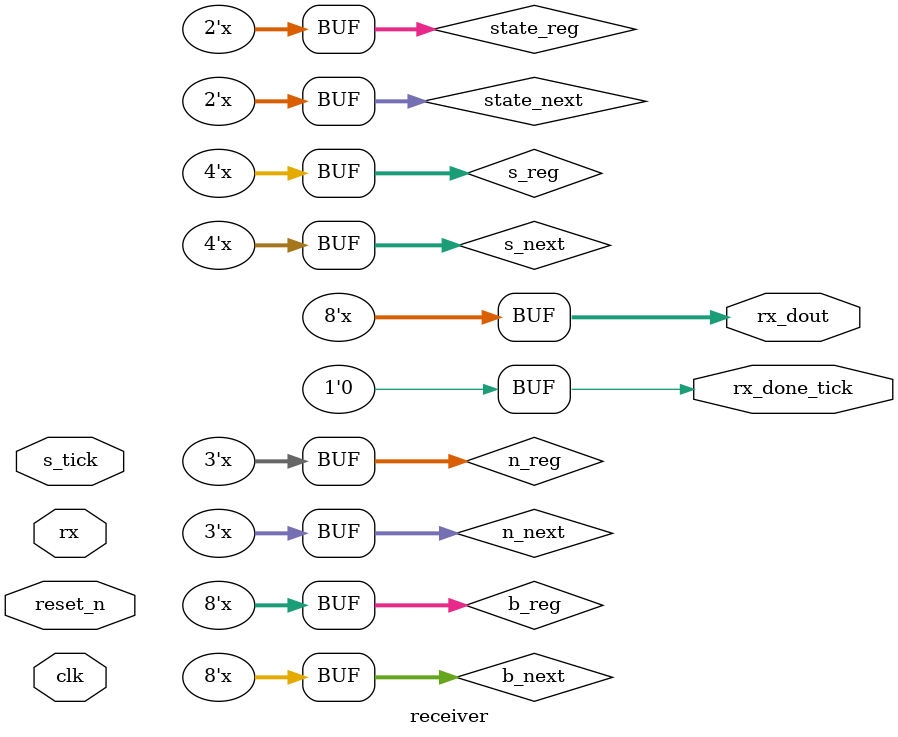
<source format=v>
`timescale 1ns / 1ps


module receiver
    #(parameter d_bits = 8, //data bits
                sb_tick = 16 // stop bit ticks
     )
     (
        input clk,reset_n,rx,s_tick,
        output reg rx_done_tick,
        output [d_bits - 1:0] rx_dout   
    );
    localparam idle = 0;
    localparam start = 1;
    localparam data = 2;
    localparam stop = 3;
    
    reg[1:0]state_reg,state_next;
    reg[3:0]s_reg,s_next; //keep track of baud rate ticks
    reg[$clog2(d_bits)-1:0]n_reg,n_next; //keep track of number of bits received
    reg[d_bits-1:0]b_reg,b_next; //store bits received
    always@(posedge clk, negedge reset_n)
    begin
        if(~reset_n)
        begin
        state_reg <= idle;
        s_reg <= 0;
        n_reg <= 0;
        b_reg <= 0;
        end
        else
        begin
            state_reg <= state_next;
            s_reg <= s_next;
            n_reg <= n_next;
            b_reg <= b_next;
        end 
    end
    //next state logic
    always @(*)
    begin
         state_reg <= state_reg;
         s_reg <= s_reg;
         n_reg <= n_reg;
         b_reg <= b_reg;
         rx_done_tick = 1'b0;
         case(state_reg)
            idle:
                if(~rx)
                begin
                    s_next = 0;
                    state_next = start;
                end
            start:
                if(s_tick)
                    if(s_reg == 7)
                    begin
                        s_next = 0;
                        n_next = 0;
                        state_next = data;
                    end
                    else
                        s_next = s_reg+1;
             data:
                 if(s_tick)
                    if(s_reg == 15)
                    begin
                        s_next = 0;
                        b_next = {rx,b_reg[d_bits-1:1]};
                        if(n_reg == d_bits-1)
                            state_next = stop;
                        else
                            n_next = n_reg + 1;
                    end
                    else
                        s_next = s_reg + 1;
              stop:
                    if(s_tick)
                        if(s_reg == sb_tick-1)
                        begin
                            rx_done_tick = 1'b1;
                            state_next = idle;
                        end
                        else
                            s_next = s_reg + 1;
              default:
                    s_next = s_reg + 1;
       endcase  
    end
    assign rx_dout = b_reg;
     
endmodule

</source>
